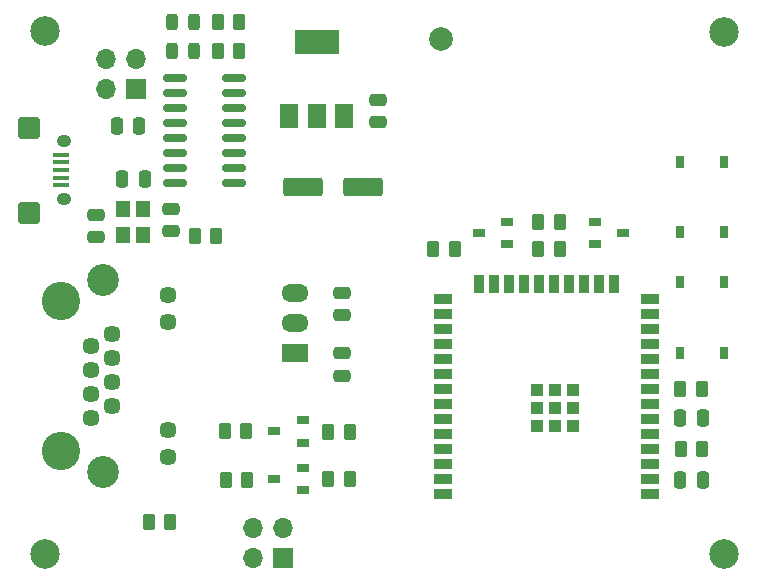
<source format=gts>
G04 #@! TF.GenerationSoftware,KiCad,Pcbnew,(6.0.8-1)-1*
G04 #@! TF.CreationDate,2022-10-25T17:52:04+02:00*
G04 #@! TF.ProjectId,ithowifi_4l,6974686f-7769-4666-995f-346c2e6b6963,rev?*
G04 #@! TF.SameCoordinates,Original*
G04 #@! TF.FileFunction,Soldermask,Top*
G04 #@! TF.FilePolarity,Negative*
%FSLAX46Y46*%
G04 Gerber Fmt 4.6, Leading zero omitted, Abs format (unit mm)*
G04 Created by KiCad (PCBNEW (6.0.8-1)-1) date 2022-10-25 17:52:04*
%MOMM*%
%LPD*%
G01*
G04 APERTURE LIST*
G04 Aperture macros list*
%AMRoundRect*
0 Rectangle with rounded corners*
0 $1 Rounding radius*
0 $2 $3 $4 $5 $6 $7 $8 $9 X,Y pos of 4 corners*
0 Add a 4 corners polygon primitive as box body*
4,1,4,$2,$3,$4,$5,$6,$7,$8,$9,$2,$3,0*
0 Add four circle primitives for the rounded corners*
1,1,$1+$1,$2,$3*
1,1,$1+$1,$4,$5*
1,1,$1+$1,$6,$7*
1,1,$1+$1,$8,$9*
0 Add four rect primitives between the rounded corners*
20,1,$1+$1,$2,$3,$4,$5,0*
20,1,$1+$1,$4,$5,$6,$7,0*
20,1,$1+$1,$6,$7,$8,$9,0*
20,1,$1+$1,$8,$9,$2,$3,0*%
G04 Aperture macros list end*
%ADD10C,3.250000*%
%ADD11C,1.446000*%
%ADD12C,2.700000*%
%ADD13R,1.500000X0.900000*%
%ADD14R,0.900000X1.500000*%
%ADD15R,1.050000X1.050000*%
%ADD16RoundRect,0.250000X0.262500X0.450000X-0.262500X0.450000X-0.262500X-0.450000X0.262500X-0.450000X0*%
%ADD17R,1.700000X1.700000*%
%ADD18O,1.700000X1.700000*%
%ADD19RoundRect,0.250000X-0.475000X0.250000X-0.475000X-0.250000X0.475000X-0.250000X0.475000X0.250000X0*%
%ADD20RoundRect,0.250000X-0.262500X-0.450000X0.262500X-0.450000X0.262500X0.450000X-0.262500X0.450000X0*%
%ADD21C,2.500000*%
%ADD22R,1.350000X0.400000*%
%ADD23RoundRect,0.273000X-0.677000X0.637000X-0.677000X-0.637000X0.677000X-0.637000X0.677000X0.637000X0*%
%ADD24O,1.250000X1.050000*%
%ADD25RoundRect,0.250000X0.250000X0.475000X-0.250000X0.475000X-0.250000X-0.475000X0.250000X-0.475000X0*%
%ADD26R,1.000000X0.700000*%
%ADD27R,1.500000X2.000000*%
%ADD28R,3.800000X2.000000*%
%ADD29R,2.300000X1.500000*%
%ADD30O,2.300000X1.500000*%
%ADD31RoundRect,0.250000X-1.412500X-0.550000X1.412500X-0.550000X1.412500X0.550000X-1.412500X0.550000X0*%
%ADD32RoundRect,0.250000X-0.250000X-0.475000X0.250000X-0.475000X0.250000X0.475000X-0.250000X0.475000X0*%
%ADD33R,0.750000X1.000000*%
%ADD34RoundRect,0.243750X-0.243750X-0.456250X0.243750X-0.456250X0.243750X0.456250X-0.243750X0.456250X0*%
%ADD35RoundRect,0.150000X-0.825000X-0.150000X0.825000X-0.150000X0.825000X0.150000X-0.825000X0.150000X0*%
%ADD36R,1.200000X1.400000*%
%ADD37C,2.000000*%
%ADD38RoundRect,0.250000X0.475000X-0.250000X0.475000X0.250000X-0.475000X0.250000X-0.475000X-0.250000X0*%
G04 APERTURE END LIST*
D10*
X56832500Y-132256500D03*
X56832500Y-144956500D03*
D11*
X59372500Y-142176500D03*
X61152500Y-141156500D03*
X59372500Y-140136500D03*
X61152500Y-139116500D03*
X59372500Y-138096500D03*
X61152500Y-137076500D03*
X59372500Y-136056500D03*
X61152500Y-135036500D03*
X65962500Y-145466500D03*
X65962500Y-143176500D03*
X65962500Y-134036500D03*
X65962500Y-131746500D03*
D12*
X60392500Y-130476500D03*
X60392500Y-146736500D03*
D13*
X106743200Y-148615406D03*
X106743200Y-147345406D03*
X106743200Y-146075406D03*
X106743200Y-144805406D03*
X106743200Y-143535406D03*
X106743200Y-142265406D03*
X106743200Y-140995406D03*
X106743200Y-139725406D03*
X106743200Y-138455406D03*
X106743200Y-137185406D03*
X106743200Y-135915406D03*
X106743200Y-134645406D03*
X106743200Y-133375406D03*
X106743200Y-132105406D03*
D14*
X103713200Y-130855406D03*
X102443200Y-130855406D03*
X101173200Y-130855406D03*
X99903200Y-130855406D03*
X98633200Y-130855406D03*
X97363200Y-130855406D03*
X96093200Y-130855406D03*
X94823200Y-130855406D03*
X93553200Y-130855406D03*
X92283200Y-130855406D03*
D13*
X89243200Y-132105406D03*
X89243200Y-133375406D03*
X89243200Y-134645406D03*
X89243200Y-135915406D03*
X89243200Y-137185406D03*
X89243200Y-138455406D03*
X89243200Y-139725406D03*
X89243200Y-140995406D03*
X89243200Y-142265406D03*
X89243200Y-143535406D03*
X89243200Y-144805406D03*
X89243200Y-146075406D03*
X89243200Y-147345406D03*
X89243200Y-148615406D03*
D15*
X98673200Y-141275406D03*
X97148200Y-139750406D03*
X100198200Y-141275406D03*
X100198200Y-139750406D03*
X97148200Y-142800406D03*
X100198200Y-142800406D03*
X98673200Y-139750406D03*
X97148200Y-141275406D03*
X98673200Y-142800406D03*
D16*
X111131500Y-139734000D03*
X109306500Y-139734000D03*
D17*
X75666600Y-154025600D03*
D18*
X73126600Y-154025600D03*
X75666600Y-151485600D03*
X73126600Y-151485600D03*
D19*
X80645000Y-131572000D03*
X80645000Y-133472000D03*
D20*
X109330000Y-144754600D03*
X111155000Y-144754600D03*
D16*
X90200000Y-127855000D03*
X88375000Y-127855000D03*
D21*
X55482000Y-109381000D03*
D22*
X56853200Y-119868000D03*
X56853200Y-120518000D03*
X56853200Y-121168000D03*
X56853200Y-121818000D03*
X56853200Y-122468000D03*
D23*
X54178200Y-124768000D03*
D24*
X57078200Y-123593000D03*
D23*
X54178200Y-117568000D03*
D24*
X57078200Y-118743000D03*
D25*
X111182000Y-147412500D03*
X109282000Y-147412500D03*
D26*
X77338202Y-144234092D03*
X77338202Y-142334092D03*
X74938202Y-143284092D03*
X77338200Y-148296600D03*
X77338200Y-146396600D03*
X74938200Y-147346600D03*
D20*
X79476200Y-147320000D03*
X81301200Y-147320000D03*
X79476200Y-143319500D03*
X81301200Y-143319500D03*
D16*
X72620700Y-147372000D03*
X70795700Y-147372000D03*
X70024000Y-126746000D03*
X68199000Y-126746000D03*
D27*
X76211400Y-116599500D03*
X78511400Y-116599500D03*
D28*
X78511400Y-110299500D03*
D27*
X80811400Y-116599500D03*
D16*
X66103300Y-150977600D03*
X64278300Y-150977600D03*
D29*
X76654900Y-136686000D03*
D30*
X76654900Y-134146000D03*
X76654900Y-131606000D03*
D21*
X113013000Y-109508000D03*
X113013000Y-153704000D03*
X55482000Y-153704000D03*
D16*
X72568200Y-143243500D03*
X70743200Y-143243500D03*
D19*
X80670400Y-136682400D03*
X80670400Y-138582400D03*
X83743800Y-115194000D03*
X83743800Y-117094000D03*
D16*
X99090000Y-127855000D03*
X97265000Y-127855000D03*
D26*
X94655000Y-127442000D03*
X94655000Y-125542000D03*
X92255000Y-126492000D03*
X102050000Y-125542000D03*
X102050000Y-127442000D03*
X104450000Y-126492000D03*
D31*
X77396300Y-122631200D03*
X82471300Y-122631200D03*
D20*
X97265000Y-125569000D03*
X99090000Y-125569000D03*
D32*
X109301200Y-142189200D03*
X111201200Y-142189200D03*
D33*
X109250000Y-130638011D03*
X109250000Y-136638011D03*
X113000000Y-136638011D03*
X113000000Y-130638011D03*
D25*
X63942000Y-121920000D03*
X62042000Y-121920000D03*
D19*
X66167000Y-124460000D03*
X66167000Y-126360000D03*
D17*
X63246000Y-114300000D03*
D18*
X60706000Y-114300000D03*
X63246000Y-111760000D03*
X60706000Y-111760000D03*
D25*
X63500000Y-117475000D03*
X61600000Y-117475000D03*
D34*
X66262000Y-108666000D03*
X68137000Y-108666000D03*
D16*
X71962000Y-111092000D03*
X70137000Y-111092000D03*
X71962000Y-108666000D03*
X70137000Y-108666000D03*
D35*
X66538400Y-113414600D03*
X66538400Y-114684600D03*
X66538400Y-115954600D03*
X66538400Y-117224600D03*
X66538400Y-118494600D03*
X66538400Y-119764600D03*
X66538400Y-121034600D03*
X66538400Y-122304600D03*
X71488400Y-122304600D03*
X71488400Y-121034600D03*
X71488400Y-119764600D03*
X71488400Y-118494600D03*
X71488400Y-117224600D03*
X71488400Y-115954600D03*
X71488400Y-114684600D03*
X71488400Y-113414600D03*
D36*
X62142000Y-124503000D03*
X62142000Y-126703000D03*
X63842000Y-126703000D03*
X63842000Y-124503000D03*
D37*
X89052400Y-110032800D03*
D34*
X66262000Y-111092000D03*
X68137000Y-111092000D03*
D38*
X59817000Y-126868000D03*
X59817000Y-124968000D03*
D33*
X112991593Y-126444000D03*
X112991593Y-120444000D03*
X109241593Y-126444000D03*
X109241593Y-120444000D03*
M02*

</source>
